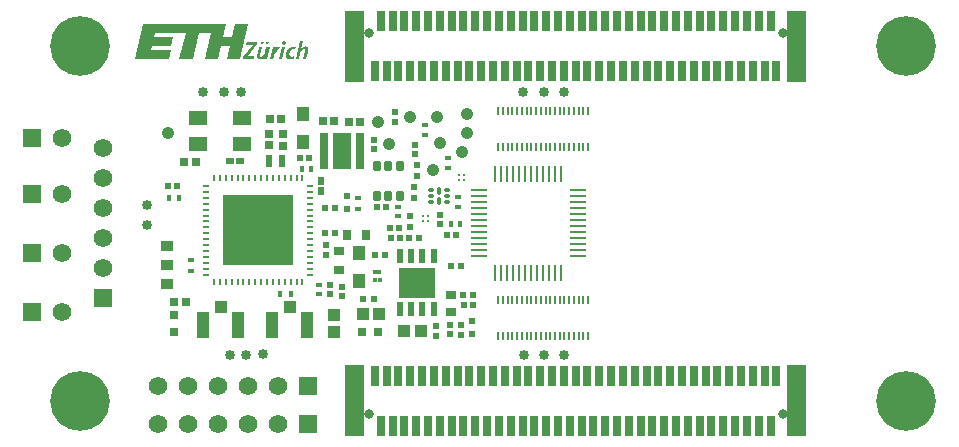
<source format=gts>
G04*
G04 #@! TF.GenerationSoftware,Altium Limited,Altium Designer,24.6.1 (21)*
G04*
G04 Layer_Color=8388736*
%FSLAX44Y44*%
%MOMM*%
G71*
G04*
G04 #@! TF.SameCoordinates,E18C277C-CF0C-426E-95C7-D1DF2096CF1D*
G04*
G04*
G04 #@! TF.FilePolarity,Negative*
G04*
G01*
G75*
%ADD10C,0.3000*%
%ADD24R,0.5000X0.4000*%
%ADD25R,0.6000X0.2400*%
%ADD26R,0.2400X0.6000*%
%ADD27R,0.4000X0.5000*%
%ADD28R,0.6725X0.7154*%
%ADD29R,0.7154X0.6725*%
%ADD31R,0.7112X3.0988*%
%ADD32R,1.4986X3.0988*%
%ADD33R,0.5725X0.5682*%
%ADD34R,0.5121X0.5811*%
%ADD35R,0.2794X1.4620*%
%ADD36R,1.4620X0.2794*%
%ADD39R,0.5725X0.5654*%
%ADD41R,0.6000X0.4000*%
%ADD42R,0.5000X0.6000*%
%ADD43R,0.6153X0.5725*%
%ADD44R,0.4682X0.4725*%
%ADD45R,0.9000X0.6500*%
%ADD46R,0.4725X0.4682*%
%ADD47R,1.1051X1.0062*%
%ADD48R,0.6500X0.7000*%
%ADD49R,1.0062X1.1051*%
%ADD50R,0.4000X0.6000*%
%ADD51R,0.8000X0.7000*%
%ADD58R,0.5682X0.5725*%
%ADD62R,0.5153X0.4725*%
%ADD66R,0.5000X1.0000*%
%ADD67R,0.9000X0.7500*%
%ADD68R,0.5725X0.6153*%
%ADD69R,0.7500X0.9000*%
%ADD70C,1.9000*%
%ADD71C,0.2700*%
%ADD72C,1.0500*%
%ADD73R,0.5700X0.6100*%
%ADD74R,6.0000X6.0000*%
%ADD75R,0.6600X1.6800*%
%ADD76R,0.1000X0.1000*%
%ADD77R,1.0500X1.2000*%
%ADD78C,0.2760*%
%ADD79R,0.6100X0.5700*%
G04:AMPARAMS|DCode=80|XSize=0.6mm|YSize=0.85mm|CornerRadius=0.0745mm|HoleSize=0mm|Usage=FLASHONLY|Rotation=0.000|XOffset=0mm|YOffset=0mm|HoleType=Round|Shape=RoundedRectangle|*
%AMROUNDEDRECTD80*
21,1,0.6000,0.7010,0,0,0.0*
21,1,0.4510,0.8500,0,0,0.0*
1,1,0.1490,0.2255,-0.3505*
1,1,0.1490,-0.2255,-0.3505*
1,1,0.1490,-0.2255,0.3505*
1,1,0.1490,0.2255,0.3505*
%
%ADD80ROUNDEDRECTD80*%
%ADD81R,0.7000X0.7000*%
%ADD82R,1.0500X0.9500*%
%ADD83R,1.6500X1.3000*%
%ADD84R,0.6500X0.6000*%
%ADD85R,1.0000X1.0500*%
%ADD86R,1.0500X2.2000*%
%ADD87R,0.2000X0.7000*%
%ADD88R,0.7500X0.4500*%
%ADD89R,0.3000X0.4500*%
%ADD90O,0.6300X0.3500*%
%ADD91O,0.4000X0.6800*%
%ADD92O,0.6300X0.3000*%
%ADD93R,0.5000X1.2500*%
%ADD94R,3.1500X2.6500*%
%ADD95R,0.6000X0.6500*%
%ADD96C,5.0500*%
%ADD97C,0.8500*%
%ADD98R,1.5700X1.5700*%
%ADD99C,1.5700*%
%ADD100R,1.5700X1.5700*%
%ADD101C,0.8100*%
G36*
X-244050Y139000D02*
X-255120D01*
X-252420Y150505D01*
X-260100D01*
X-262800Y139000D01*
X-273870D01*
X-268665Y161200D01*
X-278550D01*
X-283770Y139000D01*
X-295500D01*
X-290265Y161200D01*
X-316065D01*
X-316905Y157660D01*
X-300960D01*
X-302655Y150460D01*
X-318585D01*
X-319440Y146800D01*
X-302790D01*
X-304620Y139000D01*
X-333000D01*
X-325950Y169000D01*
X-255765D01*
X-258405Y157705D01*
X-250725D01*
X-248070Y169000D01*
X-237000D01*
X-244050Y139000D01*
D02*
G37*
G36*
X-210600Y149800D02*
X-211155Y147295D01*
X-211560Y147400D01*
X-211860D01*
X-212280Y147220D01*
X-212700Y146920D01*
X-213210Y146410D01*
X-213960Y145420D01*
X-214500Y144400D01*
X-215160Y142780D01*
X-215730Y140935D01*
X-216105Y139240D01*
X-218565D01*
X-216240Y149710D01*
X-213780D01*
X-214425Y146800D01*
X-213960Y147760D01*
X-213480Y148480D01*
X-213060Y148900D01*
X-212580Y149320D01*
X-212220Y149560D01*
X-211680Y149800D01*
X-211320Y149860D01*
X-210960D01*
X-210600Y149800D01*
D02*
G37*
G36*
X-221340Y139240D02*
X-224100D01*
X-223680Y141160D01*
X-224370Y140350D01*
X-225000Y139720D01*
X-225840Y139240D01*
X-226800Y139000D01*
X-227760D01*
X-228240Y139120D01*
X-228840Y139480D01*
X-229320Y139960D01*
X-229560Y140680D01*
X-229680Y141520D01*
X-229635Y142420D01*
X-229200Y144400D01*
X-228045Y149710D01*
X-225375D01*
X-226920Y142780D01*
X-226980Y142360D01*
Y141880D01*
X-226920Y141520D01*
X-226680Y141280D01*
X-226320Y141160D01*
X-225960D01*
X-225480Y141400D01*
X-225000Y141730D01*
X-224400Y142360D01*
X-223800Y143320D01*
X-223200Y144400D01*
X-222690Y145615D01*
X-221790Y149710D01*
X-219015D01*
X-221340Y139240D01*
D02*
G37*
G36*
X-208620D02*
X-211080D01*
X-208755Y149710D01*
X-206295D01*
X-208620Y139240D01*
D02*
G37*
G36*
X-229755Y151840D02*
X-237510Y141730D01*
X-232005D01*
X-232560Y139240D01*
X-241620D01*
X-241275Y140845D01*
X-233550Y150910D01*
X-239040D01*
X-238485Y153400D01*
X-229410D01*
X-229755Y151840D01*
D02*
G37*
G36*
X-197400Y149710D02*
X-196860Y149515D01*
X-197340Y147340D01*
X-197760Y147460D01*
X-198060Y147520D01*
X-198720Y147580D01*
X-199440D01*
X-199920Y147520D01*
X-200400Y147340D01*
X-200880Y147040D01*
X-201420Y146380D01*
X-201780Y145840D01*
X-202080Y145180D01*
X-202320Y144400D01*
X-202440Y143620D01*
Y143080D01*
X-202380Y142660D01*
X-202260Y142240D01*
X-202080Y141880D01*
X-201840Y141640D01*
X-201420Y141400D01*
X-200940Y141280D01*
X-200520D01*
X-199920Y141340D01*
X-199140Y141520D01*
X-198585Y141715D01*
X-198840Y139360D01*
X-199125Y139285D01*
X-199800Y139120D01*
X-200880Y139000D01*
X-201480D01*
X-202680Y139120D01*
X-203220Y139240D01*
X-203760Y139480D01*
X-204240Y139840D01*
X-204600Y140320D01*
X-204900Y140920D01*
X-205080Y141520D01*
X-205200Y142420D01*
Y143440D01*
X-205080Y144220D01*
X-204900Y145000D01*
X-204600Y145840D01*
X-204300Y146560D01*
X-203880Y147280D01*
X-203400Y147880D01*
X-202920Y148360D01*
X-202140Y148960D01*
X-201180Y149440D01*
X-200040Y149710D01*
X-198960Y149800D01*
X-198000D01*
X-197400Y149710D01*
D02*
G37*
G36*
X-192510Y147790D02*
X-191820Y148600D01*
X-191190Y149230D01*
X-190350Y149710D01*
X-189390Y149950D01*
X-188430D01*
X-187950Y149830D01*
X-187350Y149470D01*
X-186870Y148990D01*
X-186630Y148270D01*
X-186510Y147430D01*
X-186555Y146530D01*
X-186990Y144550D01*
X-188145Y139240D01*
X-190815D01*
X-189270Y146170D01*
X-189210Y146590D01*
Y147070D01*
X-189270Y147430D01*
X-189510Y147670D01*
X-189870Y147790D01*
X-190230D01*
X-190710Y147550D01*
X-191190Y147220D01*
X-191790Y146590D01*
X-192390Y145630D01*
X-192990Y144550D01*
X-193500Y143335D01*
X-194400Y139240D01*
X-196860D01*
X-193455Y154615D01*
X-190995D01*
X-192510Y147790D01*
D02*
G37*
G36*
X235200Y119735D02*
X219286D01*
Y180250D01*
X235200D01*
Y119735D01*
D02*
G37*
G36*
X-139200Y119713D02*
X-155436D01*
Y180250D01*
X-139200D01*
Y119713D01*
D02*
G37*
G36*
X235436Y-180250D02*
X219200D01*
Y-119713D01*
X235436D01*
Y-180250D01*
D02*
G37*
G36*
X-139286D02*
X-155200D01*
Y-119735D01*
X-139286D01*
Y-180250D01*
D02*
G37*
D10*
X-207005Y152725D02*
G03*
X-207005Y152725I-10J0D01*
G01*
D24*
X-68500Y47250D02*
D03*
Y55250D02*
D03*
X-87500Y83000D02*
D03*
Y75000D02*
D03*
X-59250Y14000D02*
D03*
Y22000D02*
D03*
X-110750Y6250D02*
D03*
Y14250D02*
D03*
X-177000Y-52000D02*
D03*
Y-60000D02*
D03*
D25*
X-184800Y31709D02*
D03*
Y26708D02*
D03*
Y21707D02*
D03*
Y16706D02*
D03*
Y11704D02*
D03*
Y6703D02*
D03*
Y1702D02*
D03*
Y-3299D02*
D03*
Y-8301D02*
D03*
Y-13302D02*
D03*
Y-18303D02*
D03*
Y-23304D02*
D03*
Y-28306D02*
D03*
Y-33307D02*
D03*
Y-38308D02*
D03*
Y-43309D02*
D03*
X-272800D02*
D03*
Y-38308D02*
D03*
Y-33307D02*
D03*
Y-28306D02*
D03*
Y-23304D02*
D03*
Y-18303D02*
D03*
Y-13302D02*
D03*
Y-8301D02*
D03*
Y-3299D02*
D03*
Y1702D02*
D03*
Y6703D02*
D03*
Y11704D02*
D03*
Y16706D02*
D03*
Y21707D02*
D03*
Y26708D02*
D03*
Y31709D02*
D03*
D26*
X-191300Y-49800D02*
D03*
X-196300D02*
D03*
X-201300D02*
D03*
X-206300D02*
D03*
X-211300D02*
D03*
X-216300D02*
D03*
X-221300D02*
D03*
X-226300D02*
D03*
X-231300D02*
D03*
X-236300D02*
D03*
X-241300D02*
D03*
X-246300D02*
D03*
X-251300D02*
D03*
X-256300D02*
D03*
X-261300D02*
D03*
X-266300D02*
D03*
Y38200D02*
D03*
X-261300D02*
D03*
X-256300D02*
D03*
X-251300D02*
D03*
X-246300D02*
D03*
X-241300D02*
D03*
X-236300D02*
D03*
X-231300D02*
D03*
X-226300D02*
D03*
X-221300D02*
D03*
X-216300D02*
D03*
X-211300D02*
D03*
X-206300D02*
D03*
X-201300D02*
D03*
X-196300D02*
D03*
X-191300D02*
D03*
D27*
X-296000Y21500D02*
D03*
X-304000D02*
D03*
X-57750Y-500D02*
D03*
X-65750D02*
D03*
X-192000Y46500D02*
D03*
X-184000D02*
D03*
D28*
X-207500Y65964D02*
D03*
Y75536D02*
D03*
X-219400Y66014D02*
D03*
Y75586D02*
D03*
D29*
X-209614Y88800D02*
D03*
X-219186D02*
D03*
X-281714Y52250D02*
D03*
X-291286D02*
D03*
X-164464Y86500D02*
D03*
X-174036D02*
D03*
X-142464Y86250D02*
D03*
X-152036D02*
D03*
D31*
X-173000Y61000D02*
D03*
X-143000D02*
D03*
D32*
X-158000D02*
D03*
D33*
X-113250Y94522D02*
D03*
Y85478D02*
D03*
X-94000Y49271D02*
D03*
Y40229D02*
D03*
X-100500Y6271D02*
D03*
Y-2772D02*
D03*
D34*
X-96000Y66155D02*
D03*
Y58845D02*
D03*
D35*
X27940Y42164D02*
D03*
X22860D02*
D03*
X17780D02*
D03*
X12700D02*
D03*
X7620D02*
D03*
X2540D02*
D03*
X-2540D02*
D03*
X-7620D02*
D03*
X-12700D02*
D03*
X-17780D02*
D03*
X-22860D02*
D03*
X-27940D02*
D03*
Y-42164D02*
D03*
X-22860D02*
D03*
X-17780D02*
D03*
X-12700D02*
D03*
X-7620D02*
D03*
X-2540D02*
D03*
X2540D02*
D03*
X7620D02*
D03*
X12700D02*
D03*
X17780D02*
D03*
X22860D02*
D03*
X27940D02*
D03*
D36*
X-42164Y27940D02*
D03*
Y22860D02*
D03*
Y17780D02*
D03*
Y12700D02*
D03*
Y7620D02*
D03*
Y2540D02*
D03*
Y-2540D02*
D03*
Y-7620D02*
D03*
Y-12700D02*
D03*
Y-17780D02*
D03*
Y-22860D02*
D03*
Y-27940D02*
D03*
X42164D02*
D03*
Y-22860D02*
D03*
Y-17780D02*
D03*
Y-12700D02*
D03*
Y-7620D02*
D03*
Y-2540D02*
D03*
Y2540D02*
D03*
Y7620D02*
D03*
Y12700D02*
D03*
Y17780D02*
D03*
Y22860D02*
D03*
Y27940D02*
D03*
D39*
X-96500Y30536D02*
D03*
Y21464D02*
D03*
D41*
X-144500Y12250D02*
D03*
Y21250D02*
D03*
X-286000Y-40000D02*
D03*
Y-31000D02*
D03*
D42*
X-153750Y12500D02*
D03*
Y23500D02*
D03*
X-48000Y-94000D02*
D03*
Y-83000D02*
D03*
D43*
X-172036Y13250D02*
D03*
X-163464D02*
D03*
X-172286Y-8000D02*
D03*
X-163714D02*
D03*
D44*
X-109228Y-3500D02*
D03*
X-117271D02*
D03*
X-65272Y-36000D02*
D03*
X-57228D02*
D03*
X-55022Y-60250D02*
D03*
X-46979D02*
D03*
X-129522Y-27000D02*
D03*
X-121479D02*
D03*
X-116522Y-12000D02*
D03*
X-108478D02*
D03*
X-100772D02*
D03*
X-92729D02*
D03*
D45*
X-65250Y-60250D02*
D03*
Y-74750D02*
D03*
D46*
X-78250Y-95021D02*
D03*
Y-86979D02*
D03*
D47*
X-91244Y-91250D02*
D03*
X-105256D02*
D03*
X-140256Y-77000D02*
D03*
X-126244D02*
D03*
D48*
X-127750Y-92250D02*
D03*
X-141250D02*
D03*
D49*
X-165000Y-91506D02*
D03*
Y-77494D02*
D03*
D50*
X-201250Y-59500D02*
D03*
X-210250D02*
D03*
D51*
X-299750Y-92250D02*
D03*
Y-77250D02*
D03*
D58*
X-139771Y-64000D02*
D03*
X-130729D02*
D03*
D62*
X-47214Y-68750D02*
D03*
X-54786D02*
D03*
D66*
X-219900Y52800D02*
D03*
X-208900D02*
D03*
D67*
X-160000Y-39000D02*
D03*
Y-23500D02*
D03*
D68*
X-171500Y-17964D02*
D03*
Y-26536D02*
D03*
D69*
X-153250Y-9500D02*
D03*
X-137750D02*
D03*
D70*
X329500Y-150000D02*
G03*
X329500Y-150000I-9500J0D01*
G01*
Y150000D02*
G03*
X329500Y150000I-9500J0D01*
G01*
X-370500Y-150000D02*
G03*
X-370500Y-150000I-9500J0D01*
G01*
Y150000D02*
G03*
X-370500Y150000I-9500J0D01*
G01*
D71*
X-221060Y152890D02*
G03*
X-221060Y152890I-10J0D01*
G01*
X-225350D02*
G03*
X-225350Y152890I-10J0D01*
G01*
D72*
X-52000Y92250D02*
D03*
Y76250D02*
D03*
X-81000Y45500D02*
D03*
X-56250Y60750D02*
D03*
X-74472Y68000D02*
D03*
X-305000Y77000D02*
D03*
X-77250Y90500D02*
D03*
X-118000Y67438D02*
D03*
X-100250Y90500D02*
D03*
X-127772Y86250D02*
D03*
D73*
X-131000Y70550D02*
D03*
Y62950D02*
D03*
X-74750Y-550D02*
D03*
Y7050D02*
D03*
X-66000Y-93900D02*
D03*
Y-86100D02*
D03*
X-158000Y-53450D02*
D03*
Y-61050D02*
D03*
X-56750Y-86350D02*
D03*
Y-94150D02*
D03*
X-168000Y-60050D02*
D03*
Y-52450D02*
D03*
D74*
X-228800Y-5800D02*
D03*
D75*
X-130000Y128900D02*
D03*
X-120000D02*
D03*
X-110000D02*
D03*
X-100000D02*
D03*
X-90000D02*
D03*
X-80000D02*
D03*
X-70000D02*
D03*
X-60000D02*
D03*
X-50000D02*
D03*
X-40000D02*
D03*
X-30000D02*
D03*
X-20000D02*
D03*
X-10000D02*
D03*
X0D02*
D03*
X10000D02*
D03*
X20000D02*
D03*
X30000D02*
D03*
X40000D02*
D03*
X50000D02*
D03*
X60000D02*
D03*
X70000D02*
D03*
X80000D02*
D03*
X90000D02*
D03*
X100000D02*
D03*
X110000D02*
D03*
X120000D02*
D03*
X130000D02*
D03*
X140000D02*
D03*
X150000D02*
D03*
X160000D02*
D03*
X170000D02*
D03*
X180000D02*
D03*
X190000D02*
D03*
X200000D02*
D03*
X210000D02*
D03*
X-125000Y171100D02*
D03*
X-115000D02*
D03*
X-105000D02*
D03*
X-95000D02*
D03*
X-85000D02*
D03*
X-75000D02*
D03*
X-65000D02*
D03*
X-55000D02*
D03*
X-45000D02*
D03*
X-35000D02*
D03*
X-25000D02*
D03*
X-15000D02*
D03*
X-5000D02*
D03*
X5000D02*
D03*
X15000D02*
D03*
X25000D02*
D03*
X35000D02*
D03*
X45000D02*
D03*
X55000D02*
D03*
X65000D02*
D03*
X75000D02*
D03*
X85000D02*
D03*
X95000D02*
D03*
X105000D02*
D03*
X115000D02*
D03*
X125000D02*
D03*
X135000D02*
D03*
X145000D02*
D03*
X155000D02*
D03*
X165000D02*
D03*
X175000D02*
D03*
X185000D02*
D03*
X195000D02*
D03*
X205000D02*
D03*
X210000Y-128900D02*
D03*
X200000D02*
D03*
X190000D02*
D03*
X180000D02*
D03*
X170000D02*
D03*
X160000D02*
D03*
X150000D02*
D03*
X140000D02*
D03*
X130000D02*
D03*
X120000D02*
D03*
X110000D02*
D03*
X100000D02*
D03*
X90000D02*
D03*
X80000D02*
D03*
X70000D02*
D03*
X60000D02*
D03*
X50000D02*
D03*
X40000D02*
D03*
X30000D02*
D03*
X20000D02*
D03*
X10000D02*
D03*
X0D02*
D03*
X-10000D02*
D03*
X-20000D02*
D03*
X-30000D02*
D03*
X-40000D02*
D03*
X-50000D02*
D03*
X-60000D02*
D03*
X-70000D02*
D03*
X-80000D02*
D03*
X-90000D02*
D03*
X-100000D02*
D03*
X-110000D02*
D03*
X-120000D02*
D03*
X-130000D02*
D03*
X205000Y-171100D02*
D03*
X195000D02*
D03*
X185000D02*
D03*
X175000D02*
D03*
X165000D02*
D03*
X155000D02*
D03*
X145000D02*
D03*
X135000D02*
D03*
X125000D02*
D03*
X115000D02*
D03*
X105000D02*
D03*
X95000D02*
D03*
X85000D02*
D03*
X75000D02*
D03*
X65000D02*
D03*
X55000D02*
D03*
X45000D02*
D03*
X35000D02*
D03*
X25000D02*
D03*
X15000D02*
D03*
X5000D02*
D03*
X-5000D02*
D03*
X-15000D02*
D03*
X-25000D02*
D03*
X-35000D02*
D03*
X-45000D02*
D03*
X-55000D02*
D03*
X-65000D02*
D03*
X-75000D02*
D03*
X-85000D02*
D03*
X-95000D02*
D03*
X-105000D02*
D03*
X-115000D02*
D03*
X-125000D02*
D03*
D76*
X-151400Y157000D02*
D03*
X225000Y155000D02*
D03*
X231400Y-157000D02*
D03*
X-145000Y-155000D02*
D03*
D77*
X-190500Y68750D02*
D03*
Y92250D02*
D03*
X-143500Y-48500D02*
D03*
Y-25000D02*
D03*
D78*
X-58750Y40750D02*
D03*
X-54750D02*
D03*
X-58750Y36750D02*
D03*
X-54750D02*
D03*
X-85000Y6000D02*
D03*
Y2000D02*
D03*
X-89000Y6000D02*
D03*
Y2000D02*
D03*
D79*
X-68550Y-10000D02*
D03*
X-60950D02*
D03*
X-127800Y13750D02*
D03*
X-120200D02*
D03*
X-304800Y31750D02*
D03*
X-297200D02*
D03*
X-185450Y55500D02*
D03*
X-193050D02*
D03*
D80*
X-109000Y23500D02*
D03*
X-118500D02*
D03*
X-128000D02*
D03*
X-118500Y49000D02*
D03*
X-109000D02*
D03*
X-128000D02*
D03*
D81*
X-300000Y-66250D02*
D03*
X-290000D02*
D03*
D82*
X-306000Y-51500D02*
D03*
Y-35500D02*
D03*
Y-19500D02*
D03*
D83*
X-279500Y89500D02*
D03*
X-242500D02*
D03*
Y67500D02*
D03*
X-279500D02*
D03*
D84*
X-252500Y53250D02*
D03*
X-244000D02*
D03*
D85*
X-260500Y-70750D02*
D03*
X-202000Y-70750D02*
D03*
D86*
X-245750Y-86000D02*
D03*
X-275250D02*
D03*
X-187250Y-86000D02*
D03*
X-216750D02*
D03*
D87*
X-25500Y64600D02*
D03*
X-21500D02*
D03*
X-17500D02*
D03*
X-13500D02*
D03*
X-9500D02*
D03*
X-5500D02*
D03*
X-1500D02*
D03*
X2500D02*
D03*
X6500D02*
D03*
X10500D02*
D03*
X14500D02*
D03*
X18500D02*
D03*
X22500D02*
D03*
X26500D02*
D03*
X30500D02*
D03*
X34500D02*
D03*
X38500D02*
D03*
X42500D02*
D03*
X46500D02*
D03*
X50500D02*
D03*
X-25500Y95400D02*
D03*
X-21500D02*
D03*
X-17500D02*
D03*
X-13500D02*
D03*
X-9500D02*
D03*
X-5500D02*
D03*
X-1500D02*
D03*
X2500D02*
D03*
X6500D02*
D03*
X10500D02*
D03*
X14500D02*
D03*
X18500D02*
D03*
X22500D02*
D03*
X26500D02*
D03*
X30500D02*
D03*
X34500D02*
D03*
X38500D02*
D03*
X42500D02*
D03*
X46500D02*
D03*
X50500D02*
D03*
X-25500Y-95400D02*
D03*
X-21500D02*
D03*
X-17500D02*
D03*
X-13500D02*
D03*
X-9500D02*
D03*
X-5500D02*
D03*
X-1500D02*
D03*
X2500D02*
D03*
X6500D02*
D03*
X10500D02*
D03*
X14500D02*
D03*
X18500D02*
D03*
X22500D02*
D03*
X26500D02*
D03*
X30500D02*
D03*
X34500D02*
D03*
X38500D02*
D03*
X42500D02*
D03*
X46500D02*
D03*
X50500D02*
D03*
X-25500Y-64600D02*
D03*
X-21500D02*
D03*
X-17500D02*
D03*
X-13500D02*
D03*
X-9500D02*
D03*
X-5500D02*
D03*
X-1500D02*
D03*
X2500D02*
D03*
X6500D02*
D03*
X10500D02*
D03*
X14500D02*
D03*
X18500D02*
D03*
X22500D02*
D03*
X26500D02*
D03*
X30500D02*
D03*
X34500D02*
D03*
X38500D02*
D03*
X42500D02*
D03*
X46500D02*
D03*
X50500D02*
D03*
D88*
X-128000Y-41000D02*
D03*
D89*
X-125750Y-48000D02*
D03*
X-130250D02*
D03*
D90*
X-69350Y18250D02*
D03*
X-82150D02*
D03*
X-69350Y28250D02*
D03*
X-82150D02*
D03*
D91*
X-75750Y18900D02*
D03*
Y27600D02*
D03*
D92*
X-69350Y23250D02*
D03*
X-82150D02*
D03*
D93*
X-80250Y-27500D02*
D03*
X-89750D02*
D03*
X-99250D02*
D03*
X-108750D02*
D03*
Y-72500D02*
D03*
X-99250D02*
D03*
X-89750D02*
D03*
X-80250D02*
D03*
D94*
X-94500Y-50000D02*
D03*
D95*
X-175500Y36250D02*
D03*
Y27750D02*
D03*
D96*
X320000Y-150000D02*
D03*
Y150000D02*
D03*
X-380000Y-150000D02*
D03*
Y150000D02*
D03*
D97*
X-275250Y111000D02*
D03*
X-323000Y15250D02*
D03*
Y-1500D02*
D03*
X-253000Y-111000D02*
D03*
X-224500Y-110750D02*
D03*
X-239000Y-111000D02*
D03*
X-243500Y111000D02*
D03*
X-257750D02*
D03*
X30000Y-111000D02*
D03*
X-3750D02*
D03*
X30000Y111000D02*
D03*
X13000D02*
D03*
X-4750D02*
D03*
X13000Y-111000D02*
D03*
D98*
X-420200Y-75000D02*
D03*
Y-25000D02*
D03*
Y25000D02*
D03*
Y72500D02*
D03*
X-186500Y-138001D02*
D03*
Y-170001D02*
D03*
D99*
X-394800Y-75000D02*
D03*
Y-25000D02*
D03*
Y25000D02*
D03*
Y72500D02*
D03*
X-360000Y-38100D02*
D03*
X-360000Y-12700D02*
D03*
Y12700D02*
D03*
Y38100D02*
D03*
Y63500D02*
D03*
X-313500Y-138000D02*
D03*
X-288100D02*
D03*
X-262700D02*
D03*
X-237300D02*
D03*
X-211900Y-138001D02*
D03*
X-313500Y-170000D02*
D03*
X-288100D02*
D03*
X-262700D02*
D03*
X-237300D02*
D03*
X-211900Y-170001D02*
D03*
D100*
X-360000Y-63500D02*
D03*
D101*
X215260Y161000D02*
D03*
X-135260D02*
D03*
Y-161000D02*
D03*
X215260D02*
D03*
M02*

</source>
